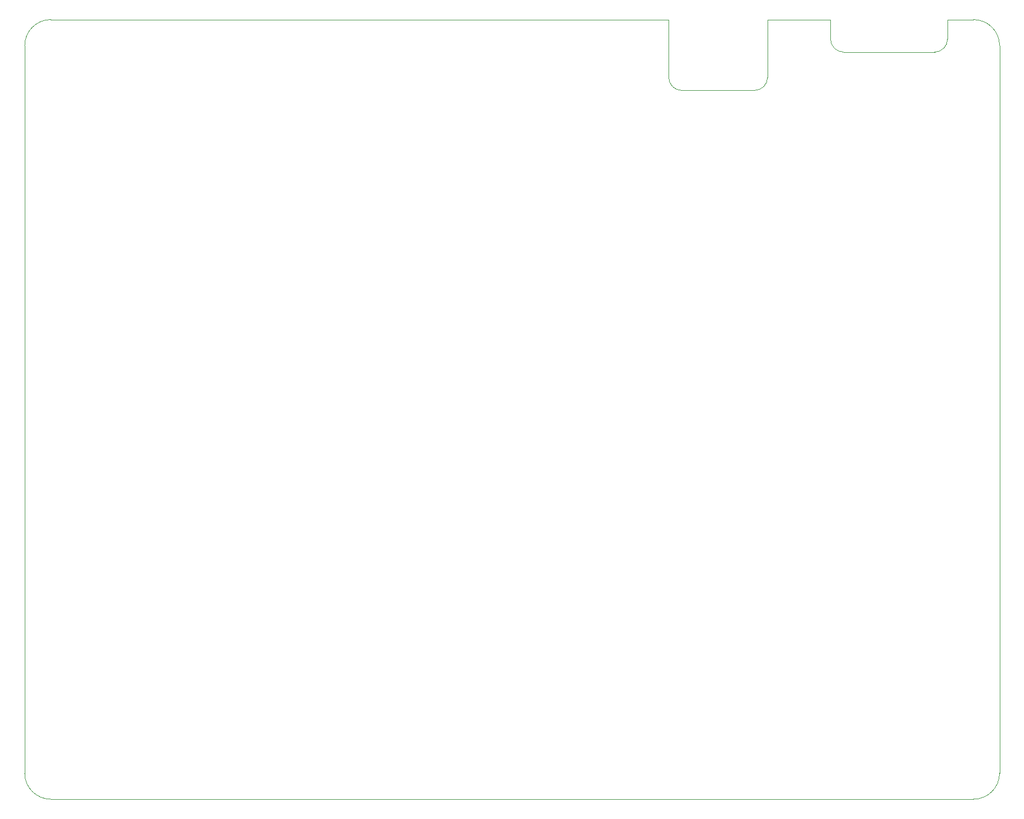
<source format=gbr>
%TF.GenerationSoftware,KiCad,Pcbnew,9.0.6*%
%TF.CreationDate,2026-02-25T16:21:40-05:00*%
%TF.ProjectId,ephys-test-board,65706879-732d-4746-9573-742d626f6172,G*%
%TF.SameCoordinates,PX7735940PYa6e49c0*%
%TF.FileFunction,Profile,NP*%
%FSLAX46Y46*%
G04 Gerber Fmt 4.6, Leading zero omitted, Abs format (unit mm)*
G04 Created by KiCad (PCBNEW 9.0.6) date 2026-02-25 16:21:40*
%MOMM*%
%LPD*%
G01*
G04 APERTURE LIST*
%TA.AperFunction,Profile*%
%ADD10C,0.100000*%
%TD*%
G04 APERTURE END LIST*
D10*
X114300000Y120000000D02*
X124000000Y120000000D01*
X99100000Y111100000D02*
X99100000Y120000000D01*
X126000000Y115000000D02*
G75*
G02*
X124000000Y117000000I0J2000000D01*
G01*
X114300000Y111100000D02*
G75*
G02*
X112300000Y109100000I-2000000J0D01*
G01*
X142000000Y117000000D02*
G75*
G02*
X140000000Y115000000I-2000000J0D01*
G01*
X0Y4000000D02*
X0Y116000000D01*
X99100000Y120000000D02*
X4000000Y120000000D01*
X101100000Y109100000D02*
G75*
G02*
X99100000Y111100000I0J2000000D01*
G01*
X4000000Y0D02*
G75*
G02*
X0Y4000000I0J4000000D01*
G01*
X150000000Y4000000D02*
G75*
G02*
X146000000Y0I-4000000J0D01*
G01*
X4000000Y0D02*
X146000000Y0D01*
X124000000Y117000000D02*
X124000000Y120000000D01*
X146000000Y120000000D02*
G75*
G02*
X150000000Y116000000I0J-4000000D01*
G01*
X112300000Y109100000D02*
X101100000Y109100000D01*
X140007483Y115000000D02*
X126000000Y115000000D01*
X150000000Y4000000D02*
X150000000Y116000000D01*
X146000000Y120000000D02*
X142000000Y120000000D01*
X114300000Y120000000D02*
X114300000Y111100000D01*
X0Y116000000D02*
G75*
G02*
X4000000Y120000000I4000000J0D01*
G01*
X142000000Y117000000D02*
X142000000Y120000000D01*
M02*

</source>
